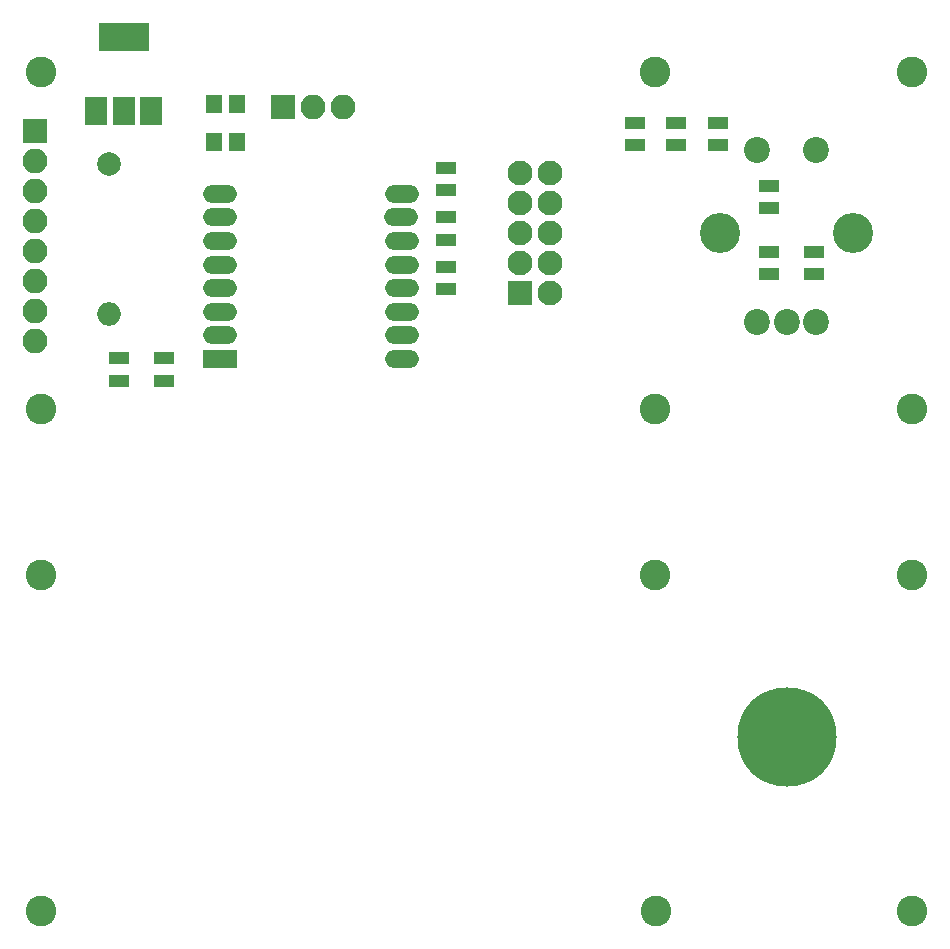
<source format=gbs>
G04 #@! TF.FileFunction,Soldermask,Bot*
%FSLAX46Y46*%
G04 Gerber Fmt 4.6, Leading zero omitted, Abs format (unit mm)*
G04 Created by KiCad (PCBNEW 4.0.2+dfsg1-stable) date lun 08 gen 2018 09:22:36 CET*
%MOMM*%
G01*
G04 APERTURE LIST*
%ADD10C,0.100000*%
%ADD11C,2.600000*%
%ADD12R,2.900000X1.500000*%
%ADD13O,2.900000X1.500000*%
%ADD14C,2.200000*%
%ADD15C,3.400000*%
%ADD16R,1.400000X1.650000*%
%ADD17R,2.100000X2.100000*%
%ADD18C,2.100000*%
%ADD19R,1.700000X1.100000*%
%ADD20R,4.200000X2.400000*%
%ADD21R,1.900000X2.400000*%
%ADD22C,2.000000*%
%ADD23O,2.000000X2.000000*%
%ADD24O,2.100000X2.100000*%
%ADD25C,8.400000*%
G04 APERTURE END LIST*
D10*
D11*
X161747200Y-103784400D03*
X161747200Y-75234800D03*
X161772600Y-117856000D03*
X161772600Y-146304000D03*
D12*
X103186000Y-99568000D03*
D13*
X103186000Y-97568000D03*
X103186000Y-95568000D03*
X103186000Y-93568000D03*
X103186000Y-91568000D03*
X103186000Y-89568000D03*
X103186000Y-87568000D03*
X103186000Y-85568000D03*
X118586000Y-85568000D03*
X118486000Y-87568000D03*
X118586000Y-89568000D03*
X118586000Y-91568000D03*
X118586000Y-93568000D03*
X118586000Y-95568000D03*
X118586000Y-97568000D03*
X118586000Y-99568000D03*
D14*
X148630000Y-81900000D03*
X148630000Y-96400000D03*
X151130000Y-96400000D03*
X153630000Y-96400000D03*
X153630000Y-81900000D03*
D15*
X156730000Y-88900000D03*
X145530000Y-88900000D03*
D16*
X104632000Y-77978000D03*
X102632000Y-77978000D03*
X104632000Y-81153000D03*
X102632000Y-81153000D03*
D17*
X128524000Y-93980000D03*
D18*
X131064000Y-93980000D03*
X128524000Y-91440000D03*
X131064000Y-91440000D03*
X128524000Y-88900000D03*
X131064000Y-88900000D03*
X128524000Y-86360000D03*
X131064000Y-86360000D03*
X128524000Y-83820000D03*
X131064000Y-83820000D03*
D19*
X122301000Y-91760000D03*
X122301000Y-93660000D03*
X138303000Y-81468000D03*
X138303000Y-79568000D03*
X141732000Y-79568000D03*
X141732000Y-81468000D03*
X145288000Y-81468000D03*
X145288000Y-79568000D03*
X153416000Y-90490000D03*
X153416000Y-92390000D03*
X149606000Y-90490000D03*
X149606000Y-92390000D03*
X149606000Y-84902000D03*
X149606000Y-86802000D03*
D20*
X94996000Y-72288000D03*
D21*
X94996000Y-78588000D03*
X92696000Y-78588000D03*
X97296000Y-78588000D03*
D22*
X93726000Y-83058000D03*
D23*
X93726000Y-95758000D03*
D17*
X108458000Y-78232000D03*
D24*
X110998000Y-78232000D03*
X113538000Y-78232000D03*
D19*
X98425000Y-101407000D03*
X98425000Y-99507000D03*
X94615000Y-101407000D03*
X94615000Y-99507000D03*
D25*
X151130000Y-131572000D03*
D11*
X139954000Y-117856000D03*
X140081000Y-146304000D03*
X88011000Y-146304000D03*
X88011000Y-117856000D03*
D19*
X122301000Y-85278000D03*
X122301000Y-83378000D03*
D11*
X140003000Y-103764000D03*
X140003000Y-75264000D03*
X88003000Y-103764000D03*
D17*
X87503000Y-80264000D03*
D24*
X87503000Y-82804000D03*
X87503000Y-85344000D03*
X87503000Y-87884000D03*
X87503000Y-90424000D03*
X87503000Y-92964000D03*
X87503000Y-95504000D03*
X87503000Y-98044000D03*
D11*
X88003000Y-75264000D03*
D19*
X122301000Y-87569000D03*
X122301000Y-89469000D03*
M02*

</source>
